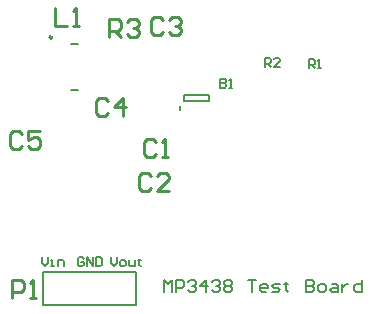
<source format=gto>
G04*
G04 #@! TF.GenerationSoftware,Altium Limited,Altium Designer,24.10.1 (45)*
G04*
G04 Layer_Color=65535*
%FSLAX25Y25*%
%MOIN*%
G70*
G04*
G04 #@! TF.SameCoordinates,3451842A-4D4D-41BC-B275-7F58107C68D5*
G04*
G04*
G04 #@! TF.FilePolarity,Positive*
G04*
G01*
G75*
%ADD10C,0.01000*%
%ADD11C,0.00787*%
%ADD12C,0.00800*%
%ADD13C,0.00500*%
D10*
X120823Y485343D02*
G03*
X120823Y485343I-394J0D01*
G01*
X107501Y398501D02*
Y404499D01*
X110500D01*
X111500Y403499D01*
Y401500D01*
X110500Y400500D01*
X107501D01*
X113499Y398501D02*
X115499D01*
X114499D01*
Y404499D01*
X113499Y403499D01*
X122001Y494999D02*
Y489001D01*
X126000D01*
X127999D02*
X129999D01*
X128999D01*
Y494999D01*
X127999Y493999D01*
X140002Y485501D02*
Y491499D01*
X143001D01*
X144000Y490499D01*
Y488500D01*
X143001Y487500D01*
X140002D01*
X142001D02*
X144000Y485501D01*
X146000Y490499D02*
X146999Y491499D01*
X148999D01*
X149998Y490499D01*
Y489500D01*
X148999Y488500D01*
X147999D01*
X148999D01*
X149998Y487500D01*
Y486501D01*
X148999Y485501D01*
X146999D01*
X146000Y486501D01*
X158000Y490999D02*
X157001Y491999D01*
X155001D01*
X154002Y490999D01*
Y487001D01*
X155001Y486001D01*
X157001D01*
X158000Y487001D01*
X160000Y490999D02*
X160999Y491999D01*
X162999D01*
X163998Y490999D01*
Y490000D01*
X162999Y489000D01*
X161999D01*
X162999D01*
X163998Y488000D01*
Y487001D01*
X162999Y486001D01*
X160999D01*
X160000Y487001D01*
X111000Y452999D02*
X110001Y453999D01*
X108001D01*
X107002Y452999D01*
Y449001D01*
X108001Y448001D01*
X110001D01*
X111000Y449001D01*
X116998Y453999D02*
X113000D01*
Y451000D01*
X114999Y452000D01*
X115999D01*
X116998Y451000D01*
Y449001D01*
X115999Y448001D01*
X113999D01*
X113000Y449001D01*
X139500Y463999D02*
X138501Y464999D01*
X136501D01*
X135502Y463999D01*
Y460001D01*
X136501Y459001D01*
X138501D01*
X139500Y460001D01*
X144499Y459001D02*
Y464999D01*
X141500Y462000D01*
X145498D01*
X154000Y438999D02*
X153001Y439999D01*
X151001D01*
X150002Y438999D01*
Y435001D01*
X151001Y434001D01*
X153001D01*
X154000Y435001D01*
X159998Y434001D02*
X156000D01*
X159998Y438000D01*
Y438999D01*
X158999Y439999D01*
X156999D01*
X156000Y438999D01*
X155500Y450499D02*
X154500Y451499D01*
X152501D01*
X151501Y450499D01*
Y446501D01*
X152501Y445501D01*
X154500D01*
X155500Y446501D01*
X157499Y445501D02*
X159499D01*
X158499D01*
Y451499D01*
X157499Y450499D01*
D11*
X163500Y461000D02*
Y462500D01*
X164866Y464016D02*
Y465984D01*
X173134D01*
Y464016D02*
Y465984D01*
X164866Y464016D02*
X173134D01*
X118000Y396000D02*
X149000D01*
Y407000D01*
X118000Y396000D02*
Y407000D01*
X149000D01*
X127319Y483256D02*
X129681D01*
X127319Y467744D02*
X129681D01*
D12*
X158300Y400300D02*
Y404299D01*
X159633Y402966D01*
X160966Y404299D01*
Y400300D01*
X162299D02*
Y404299D01*
X164298D01*
X164964Y403632D01*
Y402299D01*
X164298Y401633D01*
X162299D01*
X166297Y403632D02*
X166964Y404299D01*
X168297D01*
X168963Y403632D01*
Y402966D01*
X168297Y402299D01*
X167630D01*
X168297D01*
X168963Y401633D01*
Y400966D01*
X168297Y400300D01*
X166964D01*
X166297Y400966D01*
X172295Y400300D02*
Y404299D01*
X170296Y402299D01*
X172962D01*
X174295Y403632D02*
X174961Y404299D01*
X176294D01*
X176961Y403632D01*
Y402966D01*
X176294Y402299D01*
X175628D01*
X176294D01*
X176961Y401633D01*
Y400966D01*
X176294Y400300D01*
X174961D01*
X174295Y400966D01*
X178294Y403632D02*
X178960Y404299D01*
X180293D01*
X180959Y403632D01*
Y402966D01*
X180293Y402299D01*
X180959Y401633D01*
Y400966D01*
X180293Y400300D01*
X178960D01*
X178294Y400966D01*
Y401633D01*
X178960Y402299D01*
X178294Y402966D01*
Y403632D01*
X178960Y402299D02*
X180293D01*
X186291Y404299D02*
X188957D01*
X187624D01*
Y400300D01*
X192289D02*
X190956D01*
X190290Y400966D01*
Y402299D01*
X190956Y402966D01*
X192289D01*
X192956Y402299D01*
Y401633D01*
X190290D01*
X194288Y400300D02*
X196288D01*
X196954Y400966D01*
X196288Y401633D01*
X194955D01*
X194288Y402299D01*
X194955Y402966D01*
X196954D01*
X198953Y403632D02*
Y402966D01*
X198287D01*
X199620D01*
X198953D01*
Y400966D01*
X199620Y400300D01*
X205618Y404299D02*
Y400300D01*
X207617D01*
X208284Y400966D01*
Y401633D01*
X207617Y402299D01*
X205618D01*
X207617D01*
X208284Y402966D01*
Y403632D01*
X207617Y404299D01*
X205618D01*
X210283Y400300D02*
X211616D01*
X212283Y400966D01*
Y402299D01*
X211616Y402966D01*
X210283D01*
X209617Y402299D01*
Y400966D01*
X210283Y400300D01*
X214282Y402966D02*
X215615D01*
X216281Y402299D01*
Y400300D01*
X214282D01*
X213615Y400966D01*
X214282Y401633D01*
X216281D01*
X217614Y402966D02*
Y400300D01*
Y401633D01*
X218281Y402299D01*
X218947Y402966D01*
X219614D01*
X224279Y404299D02*
Y400300D01*
X222279D01*
X221613Y400966D01*
Y402299D01*
X222279Y402966D01*
X224279D01*
D13*
X177001Y471499D02*
Y468501D01*
X178500D01*
X179000Y469000D01*
Y469500D01*
X178500Y470000D01*
X177001D01*
X178500D01*
X179000Y470500D01*
Y471000D01*
X178500Y471499D01*
X177001D01*
X180000Y468501D02*
X180999D01*
X180499D01*
Y471499D01*
X180000Y471000D01*
X117500Y411999D02*
Y410000D01*
X118500Y409000D01*
X119499Y410000D01*
Y411999D01*
X120499Y409000D02*
X121499D01*
X120999D01*
Y410999D01*
X120499D01*
X122998Y409000D02*
Y410999D01*
X124498D01*
X124998Y410499D01*
Y409000D01*
X131499Y411499D02*
X131000Y411999D01*
X130000D01*
X129500Y411499D01*
Y409500D01*
X130000Y409000D01*
X131000D01*
X131499Y409500D01*
Y410499D01*
X130500D01*
X132499Y409000D02*
Y411999D01*
X134498Y409000D01*
Y411999D01*
X135498D02*
Y409000D01*
X136998D01*
X137497Y409500D01*
Y411499D01*
X136998Y411999D01*
X135498D01*
X140500D02*
Y410000D01*
X141500Y409000D01*
X142499Y410000D01*
Y411999D01*
X143999Y409000D02*
X144999D01*
X145498Y409500D01*
Y410499D01*
X144999Y410999D01*
X143999D01*
X143499Y410499D01*
Y409500D01*
X143999Y409000D01*
X146498Y410999D02*
Y409500D01*
X146998Y409000D01*
X148497D01*
Y410999D01*
X149997Y411499D02*
Y410999D01*
X149497D01*
X150497D01*
X149997D01*
Y409500D01*
X150497Y409000D01*
X191751Y475544D02*
Y478543D01*
X193250D01*
X193750Y478043D01*
Y477043D01*
X193250Y476544D01*
X191751D01*
X192751D02*
X193750Y475544D01*
X196749D02*
X194750D01*
X196749Y477543D01*
Y478043D01*
X196249Y478543D01*
X195250D01*
X194750Y478043D01*
X206501Y475000D02*
Y477999D01*
X208000D01*
X208500Y477500D01*
Y476500D01*
X208000Y476000D01*
X206501D01*
X207500D02*
X208500Y475000D01*
X209500D02*
X210499D01*
X209999D01*
Y477999D01*
X209500Y477500D01*
M02*

</source>
